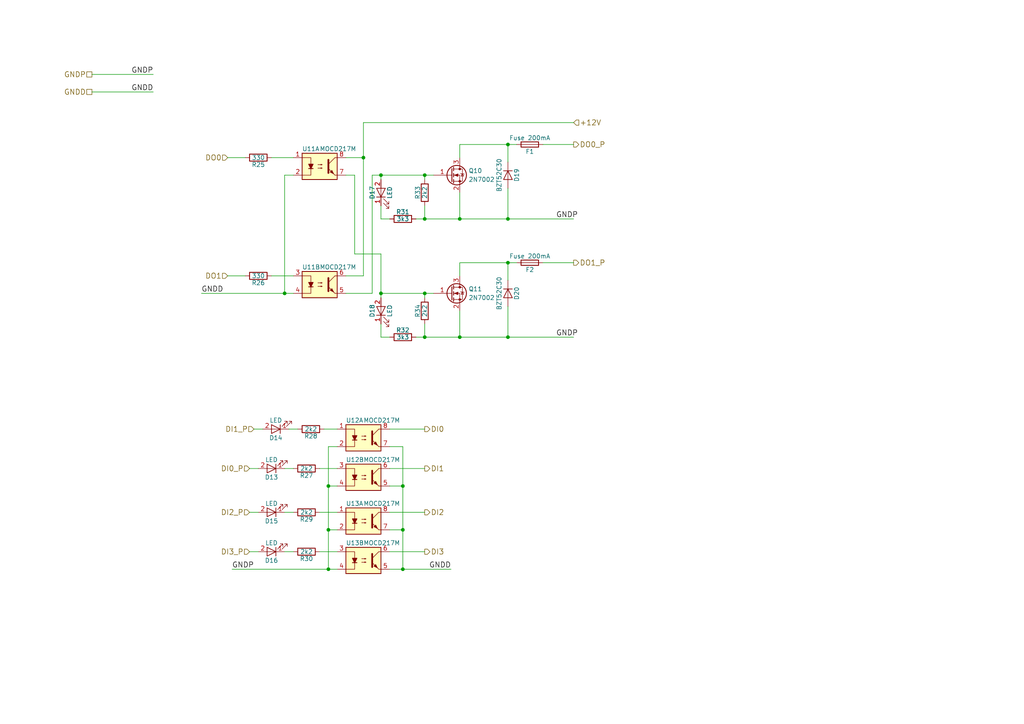
<source format=kicad_sch>
(kicad_sch (version 20211123) (generator eeschema)
  (paper "A4")
  (lib_symbols
    (symbol "4hbd-base-rescue:D" (pin_numbers hide) (pin_names (offset 1.016) hide)
      (property "Reference" "D" (at 0 2.54 0))
      (property "Value" "D" (at 0 -2.54 0))
      (symbol "D_0_1"
        (polyline (pts (xy -1.27 1.27) (xy -1.27 -1.27)) (stroke (width 0.2032)))
        (polyline (pts (xy 1.27 0) (xy -1.27 0)))
        (polyline (pts (xy 1.27 1.27) (xy 1.27 -1.27) (xy -1.27 0) (xy 1.27 1.27)) (stroke (width 0.2032)))
      )
      (symbol "D_1_1"
        (pin passive line (at -3.81 0 0) (length 2.54) (name "K") (number "1"))
        (pin passive line (at 3.81 0 180) (length 2.54) (name "A") (number "2"))
      )
    )
    (symbol "4hbd-base-rescue:Fuse" (pin_numbers hide) (pin_names (offset 0))
      (property "Reference" "F" (at 2.032 0 90))
      (property "Value" "Fuse" (at -1.905 0 90))
      (symbol "Fuse_0_1"
        (rectangle (start -0.762 -2.54) (end 0.762 2.54) (stroke (width 0.254)))
        (polyline (pts (xy 0 2.54) (xy 0 -2.54)))
      )
      (symbol "Fuse_1_1"
        (pin passive line (at 0 3.81 270) (length 1.27) (name "~") (number "1"))
        (pin passive line (at 0 -3.81 90) (length 1.27) (name "~") (number "2"))
      )
    )
    (symbol "4hbd-base-rescue:LED" (pin_names (offset 1.016) hide)
      (property "Reference" "D" (at 0 2.54 0))
      (property "Value" "LED" (at 0 -2.54 0))
      (symbol "LED_0_1"
        (polyline (pts (xy -1.27 -1.27) (xy -1.27 1.27)) (stroke (width 0.2032)))
        (polyline (pts (xy -1.27 0) (xy 1.27 0)))
        (polyline (pts (xy 1.27 -1.27) (xy 1.27 1.27) (xy -1.27 0) (xy 1.27 -1.27)) (stroke (width 0.2032)))
        (polyline (pts (xy -3.048 -0.762) (xy -4.572 -2.286) (xy -3.81 -2.286) (xy -4.572 -2.286) (xy -4.572 -1.524)))
        (polyline (pts (xy -1.778 -0.762) (xy -3.302 -2.286) (xy -2.54 -2.286) (xy -3.302 -2.286) (xy -3.302 -1.524)))
      )
      (symbol "LED_1_1"
        (pin passive line (at -3.81 0 0) (length 2.54) (name "K") (number "1"))
        (pin passive line (at 3.81 0 180) (length 2.54) (name "A") (number "2"))
      )
    )
    (symbol "4hbd-base-rescue:MOCD217M" (pin_names (offset 1.016))
      (property "Reference" "U" (at -5.08 5.08 0))
      (property "Value" "MOCD217M" (at 0 5.08 0))
      (symbol "MOCD217M_0_1"
        (rectangle (start -5.08 3.81) (end 5.08 -3.81) (stroke (width 0.254)) (fill (type background)))
        (polyline (pts (xy -3.175 -0.635) (xy -1.905 -0.635)) (stroke (width 0.254)))
        (polyline (pts (xy 2.54 0.635) (xy 4.445 2.54)))
        (polyline (pts (xy 4.445 -2.54) (xy 2.54 -0.635)) (fill (type outline)))
        (polyline (pts (xy 4.445 -2.54) (xy 5.08 -2.54)))
        (polyline (pts (xy 4.445 2.54) (xy 5.08 2.54)))
        (polyline (pts (xy -5.08 2.54) (xy -2.54 2.54) (xy -2.54 0.635)))
        (polyline (pts (xy -2.54 -0.635) (xy -2.54 -2.54) (xy -5.08 -2.54)))
        (polyline (pts (xy 2.54 1.905) (xy 2.54 -1.905) (xy 2.54 -1.905)) (stroke (width 0.508)))
        (polyline (pts (xy -2.54 -0.635) (xy -3.175 0.635) (xy -1.905 0.635) (xy -2.54 -0.635)) (stroke (width 0.254)) (fill (type outline)))
        (polyline (pts (xy -0.508 -0.508) (xy 0.762 -0.508) (xy 0.381 -0.635) (xy 0.381 -0.381) (xy 0.762 -0.508)))
        (polyline (pts (xy -0.508 0.508) (xy 0.762 0.508) (xy 0.381 0.381) (xy 0.381 0.635) (xy 0.762 0.508)))
        (polyline (pts (xy 3.048 -1.651) (xy 3.556 -1.143) (xy 4.064 -2.159) (xy 3.048 -1.651) (xy 3.048 -1.651)) (fill (type outline)))
      )
      (symbol "MOCD217M_1_1"
        (pin passive line (at -7.62 2.54 0) (length 2.54) (name "~") (number "1"))
        (pin passive line (at -7.62 -2.54 0) (length 2.54) (name "~") (number "2"))
        (pin passive line (at 7.62 -2.54 180) (length 2.54) (name "~") (number "7"))
        (pin passive line (at 7.62 2.54 180) (length 2.54) (name "~") (number "8"))
      )
      (symbol "MOCD217M_2_1"
        (pin passive line (at -7.62 2.54 0) (length 2.54) (name "~") (number "3"))
        (pin passive line (at -7.62 -2.54 0) (length 2.54) (name "~") (number "4"))
        (pin passive line (at 7.62 -2.54 180) (length 2.54) (name "~") (number "5"))
        (pin passive line (at 7.62 2.54 180) (length 2.54) (name "~") (number "6"))
      )
    )
    (symbol "4hbd-base-rescue:Q_NMOS_GSD" (pin_names (offset 0) hide)
      (property "Reference" "Q" (at 5.08 1.27 0))
      (property "Value" "Q_NMOS_GSD" (at 5.08 -1.27 0))
      (symbol "Q_NMOS_GSD_0_1"
        (polyline (pts (xy 0.0508 0) (xy 0.254 0)))
        (polyline (pts (xy 0.762 -1.778) (xy 2.54 -1.778)))
        (polyline (pts (xy 0.762 -1.27) (xy 0.762 -2.286)) (stroke (width 0.254)))
        (polyline (pts (xy 0.762 0) (xy 2.54 0)))
        (polyline (pts (xy 0.762 0.508) (xy 0.762 -0.508)) (stroke (width 0.254)))
        (polyline (pts (xy 0.762 1.778) (xy 2.54 1.778)))
        (polyline (pts (xy 0.762 2.286) (xy 0.762 1.27)) (stroke (width 0.254)))
        (polyline (pts (xy 2.54 -1.778) (xy 2.54 -2.54)))
        (polyline (pts (xy 2.54 -1.778) (xy 2.54 0)))
        (polyline (pts (xy 2.54 2.54) (xy 2.54 1.778)))
        (polyline (pts (xy 0.254 1.905) (xy 0.254 -1.905) (xy 0.254 -1.905)) (stroke (width 0.254)))
        (polyline (pts (xy 1.016 0) (xy 2.032 0.381) (xy 2.032 -0.381) (xy 1.016 0)) (fill (type outline)))
        (polyline (pts (xy 2.54 -1.778) (xy 3.302 -1.778) (xy 3.302 1.778) (xy 2.54 1.778)))
        (polyline (pts (xy 2.794 0.508) (xy 2.921 0.381) (xy 3.683 0.381) (xy 3.81 0.254)))
        (polyline (pts (xy 3.302 0.381) (xy 2.921 -0.254) (xy 3.683 -0.254) (xy 3.302 0.381)))
        (circle (center 1.651 0) (radius 2.8194) (stroke (width 0.254)))
        (circle (center 2.54 -1.778) (radius 0.2794) (fill (type outline)))
        (circle (center 2.54 1.778) (radius 0.2794) (fill (type outline)))
      )
      (symbol "Q_NMOS_GSD_1_1"
        (pin input line (at -5.08 0 0) (length 5.08) (name "G") (number "1"))
        (pin passive line (at 2.54 -5.08 90) (length 2.54) (name "S") (number "2"))
        (pin passive line (at 2.54 5.08 270) (length 2.54) (name "D") (number "3"))
      )
    )
    (symbol "4hbd-base-rescue:R" (pin_numbers hide) (pin_names (offset 0))
      (property "Reference" "R" (at 2.032 0 90))
      (property "Value" "R" (at 0 0 90))
      (symbol "R_0_1"
        (rectangle (start -1.016 -2.54) (end 1.016 2.54) (stroke (width 0.254)))
      )
      (symbol "R_1_1"
        (pin passive line (at 0 3.81 270) (length 1.27) (name "~") (number "1"))
        (pin passive line (at 0 -3.81 90) (length 1.27) (name "~") (number "2"))
      )
    )
  )
  (junction (at 95.25 153.67))
  (junction (at 82.55 85.09))
  (junction (at 110.49 50.8))
  (junction (at 123.19 97.79))
  (junction (at 147.32 63.5))
  (junction (at 147.32 97.79))
  (junction (at 147.32 76.2))
  (junction (at 123.19 85.09))
  (junction (at 95.25 140.97))
  (junction (at 116.84 165.1))
  (junction (at 95.25 165.1))
  (junction (at 123.19 63.5))
  (junction (at 105.41 45.72))
  (junction (at 116.84 140.97))
  (junction (at 147.32 41.91))
  (junction (at 133.35 63.5))
  (junction (at 133.35 97.79))
  (junction (at 116.84 153.67))
  (junction (at 110.49 85.09))
  (junction (at 123.19 50.8))
  (wire (pts (xy 85.09 50.8) (xy 82.55 50.8)))
  (wire (pts (xy 105.41 45.72) (xy 100.33 45.72)))
  (wire (pts (xy 102.87 73.66) (xy 110.49 73.66)))
  (wire (pts (xy 97.79 124.46) (xy 93.98 124.46)))
  (wire (pts (xy 147.32 81.28) (xy 147.32 76.2)))
  (wire (pts (xy 110.49 85.09) (xy 123.19 85.09)))
  (wire (pts (xy 66.04 45.72) (xy 71.12 45.72)))
  (wire (pts (xy 116.84 165.1) (xy 130.81 165.1)))
  (wire (pts (xy 147.32 97.79) (xy 166.37 97.79)))
  (wire (pts (xy 147.32 63.5) (xy 166.37 63.5)))
  (wire (pts (xy 105.41 35.56) (xy 105.41 45.72)))
  (wire (pts (xy 133.35 55.88) (xy 133.35 63.5)))
  (wire (pts (xy 110.49 59.69) (xy 110.49 63.5)))
  (wire (pts (xy 95.25 165.1) (xy 97.79 165.1)))
  (wire (pts (xy 133.35 97.79) (xy 147.32 97.79)))
  (wire (pts (xy 147.32 76.2) (xy 149.86 76.2)))
  (wire (pts (xy 116.84 140.97) (xy 113.03 140.97)))
  (wire (pts (xy 123.19 135.89) (xy 113.03 135.89)))
  (wire (pts (xy 100.33 50.8) (xy 102.87 50.8)))
  (wire (pts (xy 123.19 97.79) (xy 133.35 97.79)))
  (wire (pts (xy 100.33 85.09) (xy 107.95 85.09)))
  (wire (pts (xy 110.49 63.5) (xy 113.03 63.5)))
  (wire (pts (xy 110.49 73.66) (xy 110.49 85.09)))
  (wire (pts (xy 83.82 124.46) (xy 86.36 124.46)))
  (wire (pts (xy 97.79 135.89) (xy 92.71 135.89)))
  (wire (pts (xy 133.35 90.17) (xy 133.35 97.79)))
  (wire (pts (xy 116.84 129.54) (xy 116.84 140.97)))
  (wire (pts (xy 73.66 124.46) (xy 76.2 124.46)))
  (wire (pts (xy 116.84 153.67) (xy 113.03 153.67)))
  (wire (pts (xy 147.32 41.91) (xy 149.86 41.91)))
  (wire (pts (xy 133.35 45.72) (xy 133.35 41.91)))
  (wire (pts (xy 133.35 80.01) (xy 133.35 76.2)))
  (wire (pts (xy 107.95 85.09) (xy 107.95 50.8)))
  (wire (pts (xy 72.39 148.59) (xy 74.93 148.59)))
  (wire (pts (xy 95.25 140.97) (xy 95.25 153.67)))
  (wire (pts (xy 72.39 160.02) (xy 74.93 160.02)))
  (wire (pts (xy 133.35 76.2) (xy 147.32 76.2)))
  (wire (pts (xy 147.32 54.61) (xy 147.32 63.5)))
  (wire (pts (xy 26.67 21.59) (xy 44.45 21.59)))
  (wire (pts (xy 105.41 80.01) (xy 100.33 80.01)))
  (wire (pts (xy 26.67 26.67) (xy 44.45 26.67)))
  (wire (pts (xy 157.48 76.2) (xy 166.37 76.2)))
  (wire (pts (xy 110.49 85.09) (xy 110.49 86.36)))
  (wire (pts (xy 58.42 85.09) (xy 82.55 85.09)))
  (wire (pts (xy 123.19 52.07) (xy 123.19 50.8)))
  (wire (pts (xy 110.49 50.8) (xy 123.19 50.8)))
  (wire (pts (xy 95.25 129.54) (xy 95.25 140.97)))
  (wire (pts (xy 82.55 135.89) (xy 85.09 135.89)))
  (wire (pts (xy 110.49 52.07) (xy 110.49 50.8)))
  (wire (pts (xy 147.32 88.9) (xy 147.32 97.79)))
  (wire (pts (xy 102.87 50.8) (xy 102.87 73.66)))
  (wire (pts (xy 92.71 160.02) (xy 97.79 160.02)))
  (wire (pts (xy 166.37 35.56) (xy 105.41 35.56)))
  (wire (pts (xy 82.55 148.59) (xy 85.09 148.59)))
  (wire (pts (xy 123.19 63.5) (xy 133.35 63.5)))
  (wire (pts (xy 67.31 165.1) (xy 95.25 165.1)))
  (wire (pts (xy 133.35 41.91) (xy 147.32 41.91)))
  (wire (pts (xy 157.48 41.91) (xy 166.37 41.91)))
  (wire (pts (xy 123.19 85.09) (xy 125.73 85.09)))
  (wire (pts (xy 113.03 165.1) (xy 116.84 165.1)))
  (wire (pts (xy 120.65 97.79) (xy 123.19 97.79)))
  (wire (pts (xy 95.25 153.67) (xy 95.25 165.1)))
  (wire (pts (xy 110.49 97.79) (xy 113.03 97.79)))
  (wire (pts (xy 72.39 135.89) (xy 74.93 135.89)))
  (wire (pts (xy 123.19 160.02) (xy 113.03 160.02)))
  (wire (pts (xy 82.55 50.8) (xy 82.55 85.09)))
  (wire (pts (xy 82.55 85.09) (xy 85.09 85.09)))
  (wire (pts (xy 92.71 148.59) (xy 97.79 148.59)))
  (wire (pts (xy 113.03 124.46) (xy 123.19 124.46)))
  (wire (pts (xy 82.55 160.02) (xy 85.09 160.02)))
  (wire (pts (xy 116.84 153.67) (xy 116.84 165.1)))
  (wire (pts (xy 147.32 46.99) (xy 147.32 41.91)))
  (wire (pts (xy 123.19 148.59) (xy 113.03 148.59)))
  (wire (pts (xy 116.84 129.54) (xy 113.03 129.54)))
  (wire (pts (xy 95.25 129.54) (xy 97.79 129.54)))
  (wire (pts (xy 123.19 50.8) (xy 125.73 50.8)))
  (wire (pts (xy 105.41 45.72) (xy 105.41 80.01)))
  (wire (pts (xy 95.25 153.67) (xy 97.79 153.67)))
  (wire (pts (xy 95.25 140.97) (xy 97.79 140.97)))
  (wire (pts (xy 107.95 50.8) (xy 110.49 50.8)))
  (wire (pts (xy 110.49 93.98) (xy 110.49 97.79)))
  (wire (pts (xy 78.74 80.01) (xy 85.09 80.01)))
  (wire (pts (xy 66.04 80.01) (xy 71.12 80.01)))
  (wire (pts (xy 120.65 63.5) (xy 123.19 63.5)))
  (wire (pts (xy 133.35 63.5) (xy 147.32 63.5)))
  (wire (pts (xy 123.19 86.36) (xy 123.19 85.09)))
  (wire (pts (xy 78.74 45.72) (xy 85.09 45.72)))
  (wire (pts (xy 123.19 93.98) (xy 123.19 97.79)))
  (wire (pts (xy 116.84 140.97) (xy 116.84 153.67)))
  (wire (pts (xy 123.19 59.69) (xy 123.19 63.5)))
  (label "GNDP" (at 67.31 165.1 0) (effects (font (size 1.524 1.524))))
  (label "GNDD" (at 58.42 85.09 0) (effects (font (size 1.524 1.524))))
  (label "GNDD" (at 124.46 165.1 0) (effects (font (size 1.524 1.524))))
  (label "GNDP" (at 161.29 63.5 0) (effects (font (size 1.524 1.524))))
  (label "GNDD" (at 38.1 26.67 0) (effects (font (size 1.524 1.524))))
  (label "GNDP" (at 161.29 97.79 0) (effects (font (size 1.524 1.524))))
  (label "GNDP" (at 38.1 21.59 0) (effects (font (size 1.524 1.524))))
  (hierarchical_label "DI2_P" (shape input) (at 72.39 148.59 180) (effects (font (size 1.524 1.524))))
  (hierarchical_label "DO1_P" (shape output) (at 166.37 76.2 0) (effects (font (size 1.524 1.524))))
  (hierarchical_label "+12V" (shape input) (at 166.37 35.56 0) (effects (font (size 1.524 1.524))))
  (hierarchical_label "GNDP" (shape passive) (at 26.67 21.59 180) (effects (font (size 1.524 1.524))))
  (hierarchical_label "DI1" (shape output) (at 123.19 135.89 0) (effects (font (size 1.524 1.524))))
  (hierarchical_label "DO1" (shape input) (at 66.04 80.01 180) (effects (font (size 1.524 1.524))))
  (hierarchical_label "DI3" (shape output) (at 123.19 160.02 0) (effects (font (size 1.524 1.524))))
  (hierarchical_label "DI1_P" (shape input) (at 73.66 124.46 180) (effects (font (size 1.524 1.524))))
  (hierarchical_label "DI0" (shape output) (at 123.19 124.46 0) (effects (font (size 1.524 1.524))))
  (hierarchical_label "DI2" (shape output) (at 123.19 148.59 0) (effects (font (size 1.524 1.524))))
  (hierarchical_label "DI0_P" (shape input) (at 72.39 135.89 180) (effects (font (size 1.524 1.524))))
  (hierarchical_label "GNDD" (shape passive) (at 26.67 26.67 180) (effects (font (size 1.524 1.524))))
  (hierarchical_label "DO0" (shape input) (at 66.04 45.72 180) (effects (font (size 1.524 1.524))))
  (hierarchical_label "DI3_P" (shape input) (at 72.39 160.02 180) (effects (font (size 1.524 1.524))))
  (hierarchical_label "DO0_P" (shape output) (at 166.37 41.91 0) (effects (font (size 1.524 1.524))))
  (symbol (lib_id "4hbd-base-rescue:MOCD217M") (at 105.41 127 0) (unit 1)
    (property "Reference" "U12" (at 100.33 121.92 0) (effects (justify left)))
    (property "Value" "MOCD217M" (at 105.41 121.92 0) (effects (justify left)))
    (property "Footprint" "Package_SOIC:SOIC-8_3.9x4.9mm_P1.27mm" (effects hide))
  )
  (symbol (lib_id "4hbd-base-rescue:MOCD217M") (at 105.41 138.43 0) (unit 2)
    (property "Reference" "U12" (at 100.33 133.35 0) (effects (justify left)))
    (property "Value" "MOCD217M" (at 105.41 133.35 0) (effects (justify left)))
    (property "Footprint" "Package_SOIC:SOIC-8_3.9x4.9mm_P1.27mm" (effects hide))
  )
  (symbol (lib_id "4hbd-base-rescue:LED") (at 78.74 135.89 180) (unit 1)
    (property "Reference" "D13" (at 78.74 138.43 0))
    (property "Value" "LED" (at 78.74 133.35 0))
    (property "Footprint" "LED_SMD:LED_0603_1608Metric_ReverseMount" (effects hide))
  )
  (symbol (lib_id "4hbd-base-rescue:R") (at 88.9 135.89 270) (unit 1)
    (property "Reference" "R27" (at 88.9 137.922 90))
    (property "Value" "2k2" (at 88.9 135.89 90))
    (property "Footprint" "Resistor_SMD:R_0603_1608Metric" (effects hide))
  )
  (symbol (lib_id "4hbd-base-rescue:LED") (at 80.01 124.46 180) (unit 1)
    (property "Reference" "D14" (at 80.01 127 0))
    (property "Value" "LED" (at 80.01 121.92 0))
    (property "Footprint" "LED_SMD:LED_0603_1608Metric_ReverseMount" (effects hide))
  )
  (symbol (lib_id "4hbd-base-rescue:R") (at 90.17 124.46 270) (unit 1)
    (property "Reference" "R28" (at 90.17 126.492 90))
    (property "Value" "2k2" (at 90.17 124.46 90))
    (property "Footprint" "Resistor_SMD:R_0603_1608Metric" (effects hide))
  )
  (symbol (lib_id "4hbd-base-rescue:MOCD217M") (at 105.41 151.13 0) (unit 1)
    (property "Reference" "U13" (at 100.33 146.05 0) (effects (justify left)))
    (property "Value" "MOCD217M" (at 105.41 146.05 0) (effects (justify left)))
    (property "Footprint" "Package_SOIC:SOIC-8_3.9x4.9mm_P1.27mm" (effects hide))
  )
  (symbol (lib_id "4hbd-base-rescue:MOCD217M") (at 105.41 162.56 0) (unit 2)
    (property "Reference" "U13" (at 100.33 157.48 0) (effects (justify left)))
    (property "Value" "MOCD217M" (at 105.41 157.48 0) (effects (justify left)))
    (property "Footprint" "Package_SOIC:SOIC-8_3.9x4.9mm_P1.27mm" (effects hide))
  )
  (symbol (lib_id "4hbd-base-rescue:LED") (at 78.74 148.59 180) (unit 1)
    (property "Reference" "D15" (at 78.74 151.13 0))
    (property "Value" "LED" (at 78.74 146.05 0))
    (property "Footprint" "LED_SMD:LED_0603_1608Metric_ReverseMount" (effects hide))
  )
  (symbol (lib_id "4hbd-base-rescue:R") (at 88.9 148.59 270) (unit 1)
    (property "Reference" "R29" (at 88.9 150.622 90))
    (property "Value" "2k2" (at 88.9 148.59 90))
    (property "Footprint" "Resistor_SMD:R_0603_1608Metric" (effects hide))
  )
  (symbol (lib_id "4hbd-base-rescue:LED") (at 78.74 160.02 180) (unit 1)
    (property "Reference" "D16" (at 78.74 162.56 0))
    (property "Value" "LED" (at 78.74 157.48 0))
    (property "Footprint" "LED_SMD:LED_0603_1608Metric_ReverseMount" (effects hide))
  )
  (symbol (lib_id "4hbd-base-rescue:R") (at 88.9 160.02 270) (unit 1)
    (property "Reference" "R30" (at 88.9 162.052 90))
    (property "Value" "2k2" (at 88.9 160.02 90))
    (property "Footprint" "Resistor_SMD:R_0603_1608Metric" (effects hide))
  )
  (symbol (lib_id "4hbd-base-rescue:MOCD217M") (at 92.71 48.26 0) (unit 1)
    (property "Reference" "U11" (at 87.63 43.18 0) (effects (justify left)))
    (property "Value" "MOCD217M" (at 92.71 43.18 0) (effects (justify left)))
    (property "Footprint" "Package_SOIC:SOIC-8_3.9x4.9mm_P1.27mm" (effects hide))
  )
  (symbol (lib_id "4hbd-base-rescue:MOCD217M") (at 92.71 82.55 0) (unit 2)
    (property "Reference" "U11" (at 87.63 77.47 0) (effects (justify left)))
    (property "Value" "MOCD217M" (at 92.71 77.47 0) (effects (justify left)))
    (property "Footprint" "Package_SOIC:SOIC-8_3.9x4.9mm_P1.27mm" (effects hide))
  )
  (symbol (lib_id "4hbd-base-rescue:Q_NMOS_GSD") (at 130.81 50.8 0) (unit 1)
    (property "Reference" "Q10" (at 135.89 49.53 0) (effects (justify left)))
    (property "Value" "2N7002" (at 135.89 52.07 0) (effects (justify left)))
    (property "Footprint" "Package_TO_SOT_SMD:SOT-23" (effects hide))
  )
  (symbol (lib_id "4hbd-base-rescue:Fuse") (at 153.67 41.91 270) (unit 1)
    (property "Reference" "F1" (at 153.67 43.942 90))
    (property "Value" "Fuse 200mA" (at 153.67 40.005 90))
    (property "Footprint" "Fuse:Fuse_1206_3216Metric" (effects hide))
  )
  (symbol (lib_id "4hbd-base-rescue:D") (at 147.32 50.8 270) (unit 1)
    (property "Reference" "D19" (at 149.86 50.8 0))
    (property "Value" "BZT52C30" (at 144.78 50.8 0))
    (property "Footprint" "Diode_SMD:D_SOD-123" (effects hide))
  )
  (symbol (lib_id "4hbd-base-rescue:R") (at 74.93 45.72 270) (unit 1)
    (property "Reference" "R25" (at 74.93 47.752 90))
    (property "Value" "330" (at 74.93 45.72 90))
    (property "Footprint" "Resistor_SMD:R_0603_1608Metric" (effects hide))
  )
  (symbol (lib_id "4hbd-base-rescue:R") (at 74.93 80.01 270) (unit 1)
    (property "Reference" "R26" (at 74.93 82.042 90))
    (property "Value" "330" (at 74.93 80.01 90))
    (property "Footprint" "Resistor_SMD:R_0603_1608Metric" (effects hide))
  )
  (symbol (lib_id "4hbd-base-rescue:R") (at 123.19 55.88 180) (unit 1)
    (property "Reference" "R33" (at 121.158 55.88 90))
    (property "Value" "2k2" (at 123.19 55.88 90))
    (property "Footprint" "Resistor_SMD:R_0603_1608Metric" (effects hide))
  )
  (symbol (lib_id "4hbd-base-rescue:LED") (at 110.49 55.88 90) (unit 1)
    (property "Reference" "D17" (at 107.95 55.88 0))
    (property "Value" "LED" (at 113.03 55.88 0))
    (property "Footprint" "LED_SMD:LED_0603_1608Metric_ReverseMount" (effects hide))
  )
  (symbol (lib_id "4hbd-base-rescue:R") (at 116.84 63.5 90) (unit 1)
    (property "Reference" "R31" (at 116.84 61.468 90))
    (property "Value" "3k3" (at 116.84 63.5 90))
    (property "Footprint" "Resistor_SMD:R_0603_1608Metric" (effects hide))
  )
  (symbol (lib_id "4hbd-base-rescue:Q_NMOS_GSD") (at 130.81 85.09 0) (unit 1)
    (property "Reference" "Q11" (at 135.89 83.82 0) (effects (justify left)))
    (property "Value" "2N7002" (at 135.89 86.36 0) (effects (justify left)))
    (property "Footprint" "Package_TO_SOT_SMD:SOT-23" (effects hide))
  )
  (symbol (lib_id "4hbd-base-rescue:Fuse") (at 153.67 76.2 270) (unit 1)
    (property "Reference" "F2" (at 153.67 78.232 90))
    (property "Value" "Fuse 200mA" (at 153.67 74.295 90))
    (property "Footprint" "Fuse:Fuse_1206_3216Metric" (effects hide))
  )
  (symbol (lib_id "4hbd-base-rescue:D") (at 147.32 85.09 270) (unit 1)
    (property "Reference" "D20" (at 149.86 85.09 0))
    (property "Value" "BZT52C30" (at 144.78 85.09 0))
    (property "Footprint" "Diode_SMD:D_SOD-123" (effects hide))
  )
  (symbol (lib_id "4hbd-base-rescue:R") (at 123.19 90.17 180) (unit 1)
    (property "Reference" "R34" (at 121.158 90.17 90))
    (property "Value" "2k2" (at 123.19 90.17 90))
    (property "Footprint" "Resistor_SMD:R_0603_1608Metric" (effects hide))
  )
  (symbol (lib_id "4hbd-base-rescue:LED") (at 110.49 90.17 90) (unit 1)
    (property "Reference" "D18" (at 107.95 90.17 0))
    (property "Value" "LED" (at 113.03 90.17 0))
    (property "Footprint" "LED_SMD:LED_0603_1608Metric_ReverseMount" (effects hide))
  )
  (symbol (lib_id "4hbd-base-rescue:R") (at 116.84 97.79 90) (unit 1)
    (property "Reference" "R32" (at 116.84 95.758 90))
    (property "Value" "3k3" (at 116.84 97.79 90))
    (property "Footprint" "Resistor_SMD:R_0603_1608Metric" (effects hide))
  )
)
</source>
